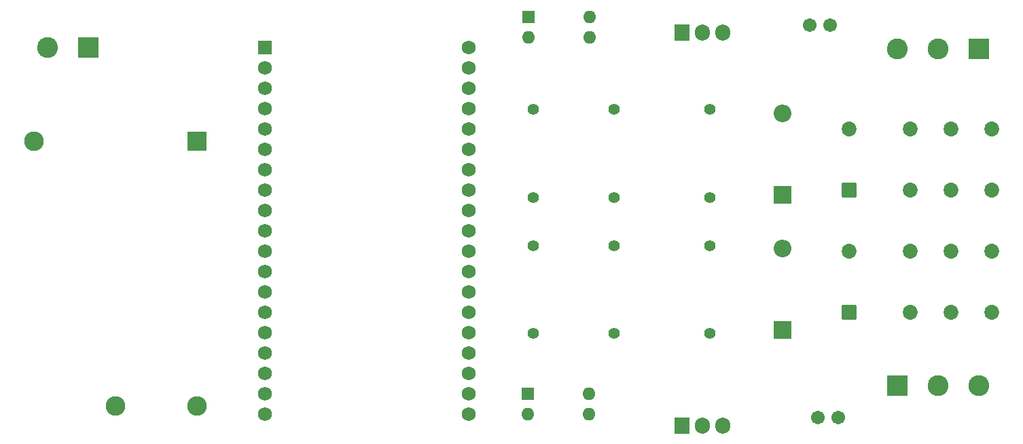
<source format=gbr>
%TF.GenerationSoftware,KiCad,Pcbnew,8.0.6-8.0.6-0~ubuntu22.04.1*%
%TF.CreationDate,2024-11-04T11:52:38+07:00*%
%TF.ProjectId,projectGATE,70726f6a-6563-4744-9741-54452e6b6963,rev?*%
%TF.SameCoordinates,Original*%
%TF.FileFunction,Soldermask,Bot*%
%TF.FilePolarity,Negative*%
%FSLAX46Y46*%
G04 Gerber Fmt 4.6, Leading zero omitted, Abs format (unit mm)*
G04 Created by KiCad (PCBNEW 8.0.6-8.0.6-0~ubuntu22.04.1) date 2024-11-04 11:52:38*
%MOMM*%
%LPD*%
G01*
G04 APERTURE LIST*
G04 Aperture macros list*
%AMRoundRect*
0 Rectangle with rounded corners*
0 $1 Rounding radius*
0 $2 $3 $4 $5 $6 $7 $8 $9 X,Y pos of 4 corners*
0 Add a 4 corners polygon primitive as box body*
4,1,4,$2,$3,$4,$5,$6,$7,$8,$9,$2,$3,0*
0 Add four circle primitives for the rounded corners*
1,1,$1+$1,$2,$3*
1,1,$1+$1,$4,$5*
1,1,$1+$1,$6,$7*
1,1,$1+$1,$8,$9*
0 Add four rect primitives between the rounded corners*
20,1,$1+$1,$2,$3,$4,$5,0*
20,1,$1+$1,$4,$5,$6,$7,0*
20,1,$1+$1,$6,$7,$8,$9,0*
20,1,$1+$1,$8,$9,$2,$3,0*%
G04 Aperture macros list end*
%ADD10R,1.600000X1.600000*%
%ADD11O,1.600000X1.600000*%
%ADD12RoundRect,0.102000X-0.765000X-0.765000X0.765000X-0.765000X0.765000X0.765000X-0.765000X0.765000X0*%
%ADD13C,1.734000*%
%ADD14C,1.404000*%
%ADD15R,1.905000X2.000000*%
%ADD16O,1.905000X2.000000*%
%ADD17RoundRect,0.102000X-1.125000X1.125000X-1.125000X-1.125000X1.125000X-1.125000X1.125000X1.125000X0*%
%ADD18C,2.454000*%
%ADD19RoundRect,0.102000X-0.825000X-0.825000X0.825000X-0.825000X0.825000X0.825000X-0.825000X0.825000X0*%
%ADD20C,1.854000*%
%ADD21RoundRect,0.102000X-1.200000X-1.200000X1.200000X-1.200000X1.200000X1.200000X-1.200000X1.200000X0*%
%ADD22C,2.604000*%
%ADD23RoundRect,0.102000X1.200000X1.200000X-1.200000X1.200000X-1.200000X-1.200000X1.200000X-1.200000X0*%
%ADD24R,2.200000X2.200000*%
%ADD25O,2.200000X2.200000*%
%ADD26C,1.712000*%
G04 APERTURE END LIST*
D10*
%TO.C,U3*%
X150807500Y-132000000D03*
D11*
X150807500Y-134540000D03*
X158427500Y-134540000D03*
X158427500Y-132000000D03*
%TD*%
D10*
%TO.C,U2*%
X150887500Y-85000000D03*
D11*
X150887500Y-87540000D03*
X158507500Y-87540000D03*
X158507500Y-85000000D03*
%TD*%
D12*
%TO.C,U1*%
X118000000Y-88800000D03*
D13*
X118000000Y-91340000D03*
X118000000Y-93880000D03*
X118000000Y-96420000D03*
X118000000Y-98960000D03*
X118000000Y-101500000D03*
X118000000Y-104040000D03*
X118000000Y-106580000D03*
X118000000Y-109120000D03*
X118000000Y-111660000D03*
X118000000Y-114200000D03*
X118000000Y-116740000D03*
X118000000Y-119280000D03*
X118000000Y-121820000D03*
X118000000Y-124360000D03*
X118000000Y-126900000D03*
X118000000Y-129440000D03*
X118000000Y-131980000D03*
X118000000Y-134520000D03*
X143400000Y-134520000D03*
X143400000Y-131980000D03*
X143400000Y-129440000D03*
X143400000Y-126900000D03*
X143400000Y-124360000D03*
X143400000Y-121820000D03*
X143400000Y-119280000D03*
X143400000Y-116740000D03*
X143400000Y-114200000D03*
X143400000Y-111660000D03*
X143400000Y-109120000D03*
X143400000Y-106580000D03*
X143400000Y-104040000D03*
X143400000Y-101500000D03*
X143400000Y-98960000D03*
X143400000Y-96420000D03*
X143400000Y-93880000D03*
X143400000Y-91340000D03*
X143400000Y-88800000D03*
%TD*%
D14*
%TO.C,R11*%
X161507500Y-124500000D03*
X161507500Y-113500000D03*
%TD*%
%TO.C,R10*%
X173507500Y-96500000D03*
X173507500Y-107500000D03*
%TD*%
%TO.C,R9*%
X161507500Y-96500000D03*
X161507500Y-107500000D03*
%TD*%
%TO.C,R8*%
X151507500Y-96500000D03*
X151507500Y-107500000D03*
%TD*%
%TO.C,R7*%
X151507500Y-113500000D03*
X151507500Y-124500000D03*
%TD*%
D15*
%TO.C,Q3*%
X169967500Y-86945000D03*
D16*
X172507500Y-86945000D03*
X175047500Y-86945000D03*
%TD*%
D15*
%TO.C,Q2*%
X169967500Y-135945000D03*
D16*
X172507500Y-135945000D03*
X175047500Y-135945000D03*
%TD*%
D17*
%TO.C,PS1*%
X109587500Y-100500000D03*
D18*
X109587500Y-133500000D03*
X89267500Y-100500000D03*
X99427500Y-133500000D03*
%TD*%
D19*
%TO.C,K2*%
X190807500Y-121810000D03*
D20*
X198427500Y-121810000D03*
X203507500Y-121810000D03*
X208587500Y-121810000D03*
X208587500Y-114190000D03*
X203507500Y-114190000D03*
X198427500Y-114190000D03*
X190807500Y-114190000D03*
%TD*%
D19*
%TO.C,K1*%
X190807500Y-106620000D03*
D20*
X198427500Y-106620000D03*
X203507500Y-106620000D03*
X208587500Y-106620000D03*
X208587500Y-99000000D03*
X203507500Y-99000000D03*
X198427500Y-99000000D03*
X190807500Y-99000000D03*
%TD*%
D21*
%TO.C,J3*%
X196840000Y-131000000D03*
D22*
X201920000Y-131000000D03*
X207000000Y-131000000D03*
%TD*%
D23*
%TO.C,J2*%
X207000000Y-89000000D03*
D22*
X201920000Y-89000000D03*
X196840000Y-89000000D03*
%TD*%
D23*
%TO.C,J1*%
X95967500Y-88837500D03*
D22*
X90887500Y-88837500D03*
%TD*%
D24*
%TO.C,D4*%
X182507500Y-124080000D03*
D25*
X182507500Y-113920000D03*
%TD*%
D24*
%TO.C,D3*%
X182507500Y-107160000D03*
D25*
X182507500Y-97000000D03*
%TD*%
D26*
%TO.C,D2*%
X189507500Y-135000000D03*
X186967500Y-135000000D03*
%TD*%
D14*
%TO.C,R12*%
X173507500Y-124500000D03*
X173507500Y-113500000D03*
%TD*%
D26*
%TO.C,D1*%
X188507500Y-86000000D03*
X185967500Y-86000000D03*
%TD*%
M02*

</source>
